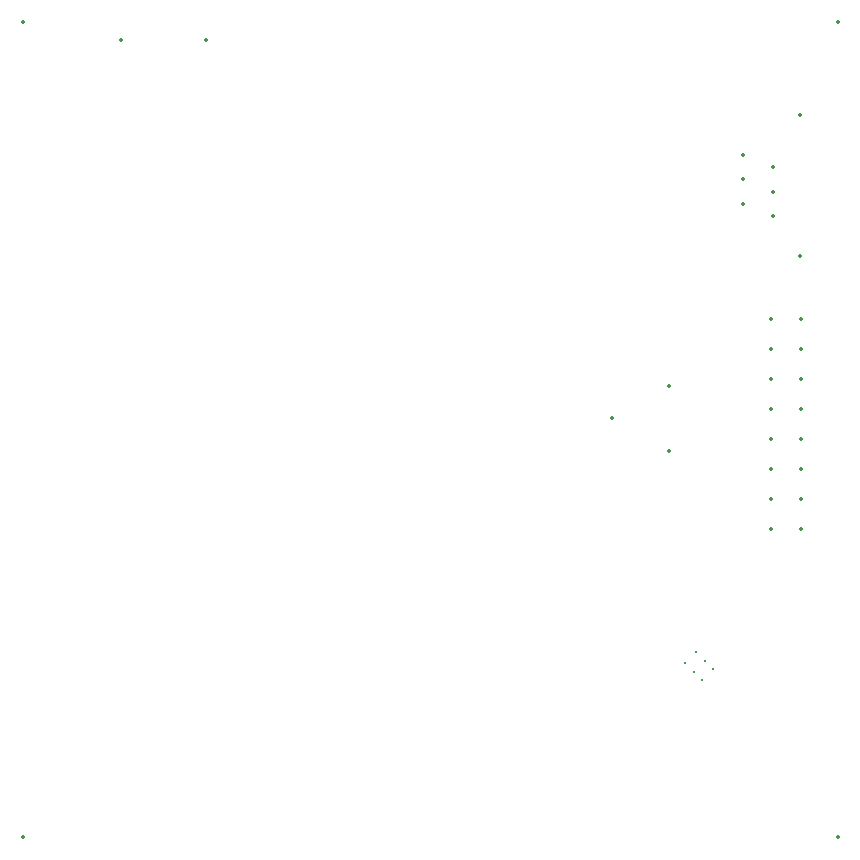
<source format=gbo>
%TF.GenerationSoftware,KiCad,Pcbnew,8.0.1*%
%TF.CreationDate,2024-09-08T16:29:12+01:00*%
%TF.ProjectId,BaselineRP2040MotorController,42617365-6c69-46e6-9552-50323034304d,rev?*%
%TF.SameCoordinates,Original*%
%TF.FileFunction,Legend,Bot*%
%TF.FilePolarity,Positive*%
%FSLAX46Y46*%
G04 Gerber Fmt 4.6, Leading zero omitted, Abs format (unit mm)*
G04 Created by KiCad (PCBNEW 8.0.1) date 2024-09-08 16:29:12*
%MOMM*%
%LPD*%
G01*
G04 APERTURE LIST*
%ADD10C,0.200000*%
%ADD11C,0.350000*%
G04 APERTURE END LIST*
D10*
X170516545Y-87355028D03*
X171223653Y-88062136D03*
X171930760Y-88769242D03*
X171435786Y-86435786D03*
X172142893Y-87142892D03*
X172850001Y-87850000D03*
D11*
X122700000Y-34600000D03*
X129900000Y-34600000D03*
X183400000Y-102100000D03*
X177750001Y-58225002D03*
X180290001Y-58225002D03*
X177750001Y-60765002D03*
X180289999Y-60764999D03*
X177750006Y-63305001D03*
X180290002Y-63304999D03*
X177750001Y-65845002D03*
X180290002Y-65845002D03*
X177750000Y-68385002D03*
X180290003Y-68385004D03*
X177750006Y-70925002D03*
X180290001Y-70925002D03*
X177750001Y-73465002D03*
X180290003Y-73465003D03*
X177750003Y-76005005D03*
X180290004Y-76005002D03*
X114400000Y-33100000D03*
X183400000Y-33100000D03*
X180200000Y-52899998D03*
X180200000Y-40900002D03*
X175400001Y-44350000D03*
X177900000Y-45370001D03*
X175359998Y-46390000D03*
X177900001Y-47409998D03*
X175360000Y-48430000D03*
X177900001Y-49450001D03*
X169099999Y-69350000D03*
X169100001Y-63850000D03*
X164340000Y-66600000D03*
X114400000Y-102100000D03*
M02*

</source>
